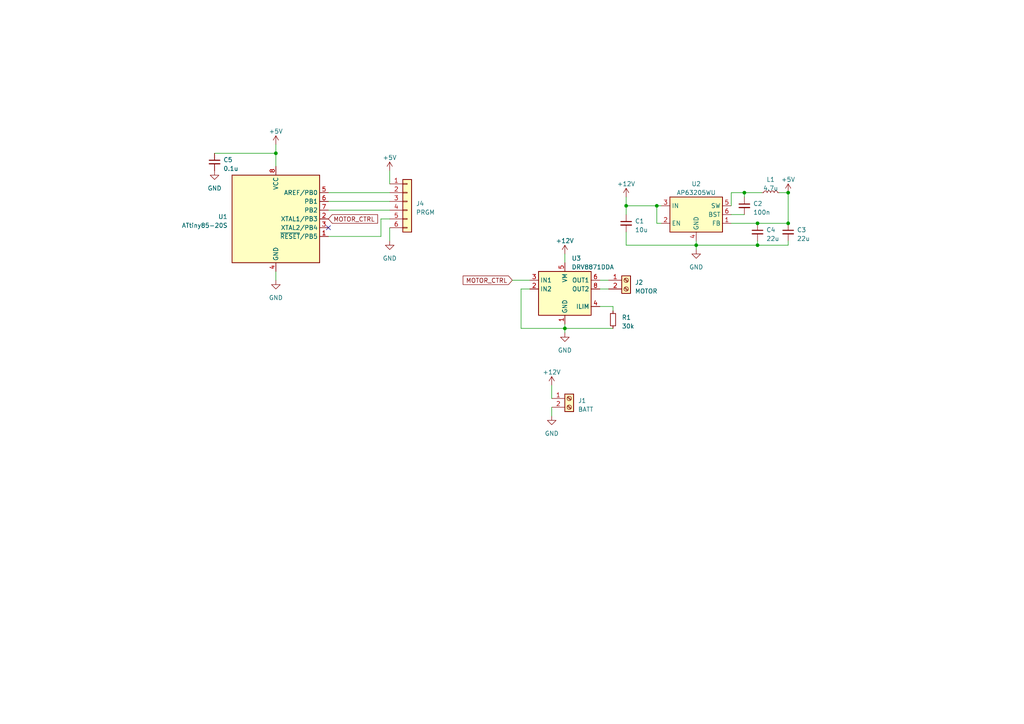
<source format=kicad_sch>
(kicad_sch (version 20230121) (generator eeschema)
  (paper "A4")
  (lib_symbols
    (symbol "Connector:Screw_Terminal_01x02" (pin_names (offset 1.016) hide)
      (property "Reference" "J" (at 0 2.54 0))
      (property "Value" "Screw_Terminal_01x02" (at 0 -5.08 0))
      (symbol "Screw_Terminal_01x02_1_1"
        (rectangle (start -1.27 1.27) (end 1.27 -3.81) (stroke (width 0.254)) (fill (type background)))
        (circle (center 0 -2.54) (radius 0.635) (stroke (width 0.1524)))
        (polyline (pts (xy -0.5334 -2.2098) (xy 0.3302 -3.048)) (stroke (width 0.1524)))
        (polyline (pts (xy -0.5334 0.3302) (xy 0.3302 -0.508)) (stroke (width 0.1524)))
        (polyline (pts (xy -0.3556 -2.032) (xy 0.508 -2.8702)) (stroke (width 0.1524)))
        (polyline (pts (xy -0.3556 0.508) (xy 0.508 -0.3302)) (stroke (width 0.1524)))
        (circle (center 0 0) (radius 0.635) (stroke (width 0.1524)))
        (pin passive line (at -5.08 0 0) (length 3.81) (name "Pin_1") (number "1"))
        (pin passive line (at -5.08 -2.54 0) (length 3.81) (name "Pin_2") (number "2"))
      )
    )
    (symbol "Connector_Generic:Conn_01x06" (pin_names (offset 1.016) hide)
      (property "Reference" "J" (at 0 7.62 0))
      (property "Value" "Conn_01x06" (at 0 -10.16 0))
      (symbol "Conn_01x06_1_1"
        (rectangle (start -1.27 -7.493) (end 0 -7.747) (stroke (width 0.1524)))
        (rectangle (start -1.27 -4.953) (end 0 -5.207) (stroke (width 0.1524)))
        (rectangle (start -1.27 -2.413) (end 0 -2.667) (stroke (width 0.1524)))
        (rectangle (start -1.27 0.127) (end 0 -0.127) (stroke (width 0.1524)))
        (rectangle (start -1.27 2.667) (end 0 2.413) (stroke (width 0.1524)))
        (rectangle (start -1.27 5.207) (end 0 4.953) (stroke (width 0.1524)))
        (rectangle (start -1.27 6.35) (end 1.27 -8.89) (stroke (width 0.254)) (fill (type background)))
        (pin passive line (at -5.08 5.08 0) (length 3.81) (name "Pin_1") (number "1"))
        (pin passive line (at -5.08 2.54 0) (length 3.81) (name "Pin_2") (number "2"))
        (pin passive line (at -5.08 0 0) (length 3.81) (name "Pin_3") (number "3"))
        (pin passive line (at -5.08 -2.54 0) (length 3.81) (name "Pin_4") (number "4"))
        (pin passive line (at -5.08 -5.08 0) (length 3.81) (name "Pin_5") (number "5"))
        (pin passive line (at -5.08 -7.62 0) (length 3.81) (name "Pin_6") (number "6"))
      )
    )
    (symbol "Device:C_Small" (pin_numbers hide) (pin_names (offset 0.254) hide)
      (property "Reference" "C" (at 0.254 1.778 0))
      (property "Value" "C_Small" (at 0.254 -2.032 0))
      (symbol "C_Small_0_1"
        (polyline (pts (xy -1.524 -0.508) (xy 1.524 -0.508)) (stroke (width 0.3302)))
        (polyline (pts (xy -1.524 0.508) (xy 1.524 0.508)) (stroke (width 0.3048)))
      )
      (symbol "C_Small_1_1"
        (pin passive line (at 0 2.54 270) (length 2.032) (name "~") (number "1"))
        (pin passive line (at 0 -2.54 90) (length 2.032) (name "~") (number "2"))
      )
    )
    (symbol "Device:L_Small" (pin_numbers hide) (pin_names (offset 0.254) hide)
      (property "Reference" "L" (at 0.762 1.016 0))
      (property "Value" "L_Small" (at 0.762 -1.016 0))
      (symbol "L_Small_0_1"
        (arc (start 0 -2.032) (mid 0.5058 -1.524) (end 0 -1.016))
        (arc (start 0 -1.016) (mid 0.5058 -0.508) (end 0 0))
        (arc (start 0 0) (mid 0.5058 0.508) (end 0 1.016))
        (arc (start 0 1.016) (mid 0.5058 1.524) (end 0 2.032))
      )
      (symbol "L_Small_1_1"
        (pin passive line (at 0 2.54 270) (length 0.508) (name "~") (number "1"))
        (pin passive line (at 0 -2.54 90) (length 0.508) (name "~") (number "2"))
      )
    )
    (symbol "Device:R_Small" (pin_numbers hide) (pin_names (offset 0.254) hide)
      (property "Reference" "R" (at 0.762 0.508 0))
      (property "Value" "R_Small" (at 0.762 -1.016 0))
      (symbol "R_Small_0_1"
        (rectangle (start -0.762 1.778) (end 0.762 -1.778) (stroke (width 0.2032)))
      )
      (symbol "R_Small_1_1"
        (pin passive line (at 0 2.54 270) (length 0.762) (name "~") (number "1"))
        (pin passive line (at 0 -2.54 90) (length 0.762) (name "~") (number "2"))
      )
    )
    (symbol "Driver_Motor:DRV8871DDA"
      (property "Reference" "U" (at -6.35 6.35 0))
      (property "Value" "DRV8871DDA" (at 8.89 6.35 0))
      (symbol "DRV8871DDA_0_1"
        (rectangle (start -7.62 5.08) (end 7.62 -7.62) (stroke (width 0.254)) (fill (type background)))
      )
      (symbol "DRV8871DDA_1_1"
        (pin power_in line (at 0 -10.16 90) (length 2.54) (name "GND") (number "1"))
        (pin input line (at -10.16 0 0) (length 2.54) (name "IN2") (number "2"))
        (pin input line (at -10.16 2.54 0) (length 2.54) (name "IN1") (number "3"))
        (pin passive line (at 10.16 -5.08 180) (length 2.54) (name "ILIM") (number "4"))
        (pin power_in line (at 0 7.62 270) (length 2.54) (name "VM") (number "5"))
        (pin output line (at 10.16 2.54 180) (length 2.54) (name "OUT1") (number "6"))
        (pin passive line (at 0 -10.16 90) (length 2.54) hide (name "GND") (number "7"))
        (pin output line (at 10.16 0 180) (length 2.54) (name "OUT2") (number "8"))
        (pin passive line (at 0 -10.16 90) (length 2.54) hide (name "GND") (number "9"))
      )
    )
    (symbol "MCU_Microchip_ATtiny:ATtiny85-20S"
      (property "Reference" "U" (at -12.7 13.97 0))
      (property "Value" "ATtiny85-20S" (at 2.54 -13.97 0))
      (symbol "ATtiny85-20S_0_1"
        (rectangle (start -12.7 -12.7) (end 12.7 12.7) (stroke (width 0.254)) (fill (type background)))
      )
      (symbol "ATtiny85-20S_1_1"
        (pin bidirectional line (at 15.24 -5.08 180) (length 2.54) (name "~{RESET}/PB5") (number "1"))
        (pin bidirectional line (at 15.24 0 180) (length 2.54) (name "XTAL1/PB3") (number "2"))
        (pin bidirectional line (at 15.24 -2.54 180) (length 2.54) (name "XTAL2/PB4") (number "3"))
        (pin power_in line (at 0 -15.24 90) (length 2.54) (name "GND") (number "4"))
        (pin bidirectional line (at 15.24 7.62 180) (length 2.54) (name "AREF/PB0") (number "5"))
        (pin bidirectional line (at 15.24 5.08 180) (length 2.54) (name "PB1") (number "6"))
        (pin bidirectional line (at 15.24 2.54 180) (length 2.54) (name "PB2") (number "7"))
        (pin power_in line (at 0 15.24 270) (length 2.54) (name "VCC") (number "8"))
      )
    )
    (symbol "Regulator_Switching:AP63205WU"
      (property "Reference" "U" (at -7.62 6.35 0))
      (property "Value" "AP63205WU" (at 2.54 6.35 0))
      (symbol "AP63205WU_0_1"
        (rectangle (start -7.62 5.08) (end 7.62 -5.08) (stroke (width 0.254)) (fill (type background)))
      )
      (symbol "AP63205WU_1_1"
        (pin input line (at 10.16 -2.54 180) (length 2.54) (name "FB") (number "1"))
        (pin input line (at -10.16 -2.54 0) (length 2.54) (name "EN") (number "2"))
        (pin power_in line (at -10.16 2.54 0) (length 2.54) (name "IN") (number "3"))
        (pin power_in line (at 0 -7.62 90) (length 2.54) (name "GND") (number "4"))
        (pin output line (at 10.16 2.54 180) (length 2.54) (name "SW") (number "5"))
        (pin passive line (at 10.16 0 180) (length 2.54) (name "BST") (number "6"))
      )
    )
    (symbol "power:+12V" (power) (pin_names (offset 0))
      (property "Value" "+12V" (at 0 3.556 0))
      (symbol "+12V_0_1"
        (polyline (pts (xy -0.762 1.27) (xy 0 2.54)))
        (polyline (pts (xy 0 0) (xy 0 2.54)))
        (polyline (pts (xy 0 2.54) (xy 0.762 1.27)))
      )
      (symbol "+12V_1_1"
        (pin power_in line (at 0 0 90) (length 0) hide (name "+12V") (number "1"))
      )
    )
    (symbol "power:+5V" (power) (pin_names (offset 0))
      (property "Value" "+5V" (at 0 3.556 0))
      (symbol "+5V_0_1"
        (polyline (pts (xy -0.762 1.27) (xy 0 2.54)))
        (polyline (pts (xy 0 0) (xy 0 2.54)))
        (polyline (pts (xy 0 2.54) (xy 0.762 1.27)))
      )
      (symbol "+5V_1_1"
        (pin power_in line (at 0 0 90) (length 0) hide (name "+5V") (number "1"))
      )
    )
    (symbol "power:GND" (power) (pin_names (offset 0))
      (property "Value" "GND" (at 0 -3.81 0))
      (symbol "GND_0_1"
        (polyline (pts (xy 0 0) (xy 0 -1.27) (xy 1.27 -1.27) (xy 0 -2.54) (xy -1.27 -1.27) (xy 0 -1.27)))
      )
      (symbol "GND_1_1"
        (pin power_in line (at 0 0 270) (length 0) hide (name "GND") (number "1"))
      )
    )
  )
  (junction (at 215.9 55.88))
  (junction (at 80.01 44.45))
  (junction (at 228.6 55.88))
  (junction (at 228.6 64.77))
  (junction (at 201.93 71.12))
  (junction (at 219.71 64.77))
  (junction (at 190.5 59.69))
  (junction (at 181.61 59.69))
  (junction (at 219.71 71.12))
  (junction (at 163.83 95.25))
  (no_connect (at 95.25 66.04))
  (wire (pts (xy 110.49 68.58) (xy 110.49 63.5)))
  (wire (pts (xy 95.25 55.88) (xy 113.03 55.88)))
  (wire (pts (xy 181.61 71.12) (xy 201.93 71.12)))
  (wire (pts (xy 80.01 44.45) (xy 80.01 48.26)))
  (wire (pts (xy 173.99 83.82) (xy 176.53 83.82)))
  (wire (pts (xy 153.67 83.82) (xy 151.13 83.82)))
  (wire (pts (xy 113.03 66.04) (xy 113.03 69.85)))
  (wire (pts (xy 80.01 41.91) (xy 80.01 44.45)))
  (wire (pts (xy 80.01 78.74) (xy 80.01 81.28)))
  (wire (pts (xy 212.09 62.23) (xy 215.9 62.23)))
  (wire (pts (xy 201.93 71.12) (xy 201.93 72.39)))
  (wire (pts (xy 212.09 59.69) (xy 212.09 55.88)))
  (wire (pts (xy 62.23 44.45) (xy 80.01 44.45)))
  (wire (pts (xy 151.13 83.82) (xy 151.13 95.25)))
  (wire (pts (xy 228.6 71.12) (xy 228.6 69.85)))
  (wire (pts (xy 160.02 111.76) (xy 160.02 115.57)))
  (wire (pts (xy 95.25 60.96) (xy 113.03 60.96)))
  (wire (pts (xy 215.9 55.88) (xy 220.98 55.88)))
  (wire (pts (xy 228.6 64.77) (xy 219.71 64.77)))
  (wire (pts (xy 191.77 59.69) (xy 190.5 59.69)))
  (wire (pts (xy 173.99 81.28) (xy 176.53 81.28)))
  (wire (pts (xy 215.9 55.88) (xy 215.9 57.15)))
  (wire (pts (xy 163.83 95.25) (xy 163.83 96.52)))
  (wire (pts (xy 201.93 69.85) (xy 201.93 71.12)))
  (wire (pts (xy 201.93 71.12) (xy 219.71 71.12)))
  (wire (pts (xy 219.71 64.77) (xy 212.09 64.77)))
  (wire (pts (xy 113.03 49.53) (xy 113.03 53.34)))
  (wire (pts (xy 219.71 71.12) (xy 219.71 69.85)))
  (wire (pts (xy 228.6 55.88) (xy 226.06 55.88)))
  (wire (pts (xy 190.5 64.77) (xy 191.77 64.77)))
  (wire (pts (xy 177.8 88.9) (xy 177.8 90.17)))
  (wire (pts (xy 95.25 58.42) (xy 113.03 58.42)))
  (wire (pts (xy 181.61 59.69) (xy 190.5 59.69)))
  (wire (pts (xy 212.09 55.88) (xy 215.9 55.88)))
  (wire (pts (xy 228.6 55.88) (xy 228.6 64.77)))
  (wire (pts (xy 181.61 57.15) (xy 181.61 59.69)))
  (wire (pts (xy 190.5 59.69) (xy 190.5 64.77)))
  (wire (pts (xy 95.25 68.58) (xy 110.49 68.58)))
  (wire (pts (xy 163.83 95.25) (xy 163.83 93.98)))
  (wire (pts (xy 160.02 118.11) (xy 160.02 120.65)))
  (wire (pts (xy 177.8 88.9) (xy 173.99 88.9)))
  (wire (pts (xy 148.59 81.28) (xy 153.67 81.28)))
  (wire (pts (xy 163.83 73.66) (xy 163.83 76.2)))
  (wire (pts (xy 110.49 63.5) (xy 113.03 63.5)))
  (wire (pts (xy 181.61 59.69) (xy 181.61 62.23)))
  (wire (pts (xy 219.71 71.12) (xy 228.6 71.12)))
  (wire (pts (xy 181.61 67.31) (xy 181.61 71.12)))
  (wire (pts (xy 151.13 95.25) (xy 163.83 95.25)))
  (wire (pts (xy 163.83 95.25) (xy 177.8 95.25)))
  (global_label "MOTOR_CTRL" (shape input) (at 95.25 63.5 0) (property "Intersheetrefs" "${INTERSHEET_REFS}" (effects hide)))
  (global_label "MOTOR_CTRL" (shape input) (at 148.59 81.28 180) (property "Intersheetrefs" "${INTERSHEET_REFS}" (effects hide)))
  (symbol (lib_id "Device:C_Small") (at 215.9 59.69 0) (unit 1)
    (property "Reference" "C2" (at 218.44 59.0613 0) (effects (justify left)))
    (property "Value" "100n" (at 218.44 61.6013 0) (effects (justify left)))
    (property "Footprint" "Capacitor_SMD:C_1206_3216Metric" (effects hide))
  )
  (symbol (lib_id "power:+12V") (at 160.02 111.76 0) (unit 1)
    (property "Reference" "#PWR07" (effects hide))
    (property "Value" "+12V" (at 160.02 107.95 0))
  )
  (symbol (lib_id "power:+5V") (at 113.03 49.53 0) (unit 1)
    (property "Reference" "#PWR012" (effects hide))
    (property "Value" "+5V" (at 113.03 45.72 0))
  )
  (symbol (lib_id "power:GND") (at 160.02 120.65 0) (unit 1)
    (property "Reference" "#PWR08" (effects hide))
    (property "Value" "GND" (at 160.02 125.73 0))
  )
  (symbol (lib_id "Connector:Screw_Terminal_01x02") (at 181.61 81.28 0) (unit 1)
    (property "Reference" "J2" (at 184.15 81.915 0) (effects (justify left)))
    (property "Value" "MOTOR" (at 184.15 84.455 0) (effects (justify left)))
    (property "Footprint" "TerminalBlock_TE-Connectivity:TerminalBlock_TE_282834-2_1x02_P2.54mm_Horizontal" (effects hide))
  )
  (symbol (lib_id "Device:R_Small") (at 177.8 92.71 0) (unit 1)
    (property "Reference" "R1" (at 180.34 92.075 0) (effects (justify left)))
    (property "Value" "30k" (at 180.34 94.615 0) (effects (justify left)))
    (property "Footprint" "Resistor_SMD:R_1206_3216Metric" (effects hide))
  )
  (symbol (lib_id "power:+5V") (at 228.6 55.88 0) (unit 1)
    (property "Reference" "#PWR03" (effects hide))
    (property "Value" "+5V" (at 228.6 52.07 0))
  )
  (symbol (lib_id "Device:C_Small") (at 62.23 46.99 0) (unit 1)
    (property "Reference" "C5" (at 64.77 46.3613 0) (effects (justify left)))
    (property "Value" "0.1u" (at 64.77 48.9013 0) (effects (justify left)))
    (property "Footprint" "Capacitor_SMD:C_1206_3216Metric" (effects hide))
  )
  (symbol (lib_id "Device:C_Small") (at 228.6 67.31 0) (unit 1)
    (property "Reference" "C3" (at 231.14 66.6813 0) (effects (justify left)))
    (property "Value" "22u" (at 231.14 69.2213 0) (effects (justify left)))
    (property "Footprint" "Capacitor_SMD:C_1206_3216Metric" (effects hide))
  )
  (symbol (lib_id "power:+12V") (at 163.83 73.66 0) (unit 1)
    (property "Reference" "#PWR09" (effects hide))
    (property "Value" "+12V" (at 163.83 69.85 0))
  )
  (symbol (lib_id "MCU_Microchip_ATtiny:ATtiny85-20S") (at 80.01 63.5 0) (unit 1)
    (property "Reference" "U1" (at 66.04 62.865 0) (effects (justify right)))
    (property "Value" "ATtiny85-20S" (at 66.04 65.405 0) (effects (justify right)))
    (property "Footprint" "Package_SO:SOIC-8W_5.3x5.3mm_P1.27mm" (effects hide))
    (property "Datasheet" "http://ww1.microchip.com/downloads/en/DeviceDoc/atmel-2586-avr-8-bit-microcontroller-attiny25-attiny45-attiny85_datasheet.pdf" (effects hide))
  )
  (symbol (lib_id "Regulator_Switching:AP63205WU") (at 201.93 62.23 0) (unit 1)
    (property "Reference" "U2" (at 201.93 53.34 0))
    (property "Value" "AP63205WU" (at 201.93 55.88 0))
    (property "Footprint" "Package_TO_SOT_SMD:TSOT-23-6" (effects hide))
    (property "Datasheet" "https://www.diodes.com/assets/Datasheets/AP63200-AP63201-AP63203-AP63205.pdf" (effects hide))
  )
  (symbol (lib_id "Driver_Motor:DRV8871DDA") (at 163.83 83.82 0) (unit 1)
    (property "Reference" "U3" (at 165.7859 74.93 0) (effects (justify left)))
    (property "Value" "DRV8871DDA" (at 165.7859 77.47 0) (effects (justify left)))
    (property "Footprint" "Package_SO:Texas_HTSOP-8-1EP_3.9x4.9mm_P1.27mm_EP2.95x4.9mm_Mask2.4x3.1mm_ThermalVias" (effects hide))
    (property "Datasheet" "http://www.ti.com/lit/ds/symlink/drv8871.pdf" (effects hide))
  )
  (symbol (lib_id "power:GND") (at 163.83 96.52 0) (unit 1)
    (property "Reference" "#PWR010" (effects hide))
    (property "Value" "GND" (at 163.83 101.6 0))
  )
  (symbol (lib_id "Connector:Screw_Terminal_01x02") (at 165.1 115.57 0) (unit 1)
    (property "Reference" "J1" (at 167.64 116.205 0) (effects (justify left)))
    (property "Value" "BATT" (at 167.64 118.745 0) (effects (justify left)))
    (property "Footprint" "TerminalBlock_TE-Connectivity:TerminalBlock_TE_282834-2_1x02_P2.54mm_Horizontal" (effects hide))
  )
  (symbol (lib_id "power:+5V") (at 80.01 41.91 0) (unit 1)
    (property "Reference" "#PWR04" (effects hide))
    (property "Value" "+5V" (at 80.01 38.1 0))
  )
  (symbol (lib_id "Connector_Generic:Conn_01x06") (at 118.11 58.42 0) (unit 1)
    (property "Reference" "J4" (at 120.65 59.055 0) (effects (justify left)))
    (property "Value" "PRGM" (at 120.65 61.595 0) (effects (justify left)))
    (property "Footprint" "Connector_PinHeader_2.54mm:PinHeader_1x06_P2.54mm_Horizontal" (effects hide))
  )
  (symbol (lib_id "power:GND") (at 62.23 49.53 0) (unit 1)
    (property "Reference" "#PWR06" (effects hide))
    (property "Value" "GND" (at 62.23 54.61 0))
  )
  (symbol (lib_id "power:GND") (at 113.03 69.85 0) (unit 1)
    (property "Reference" "#PWR011" (effects hide))
    (property "Value" "GND" (at 113.03 74.93 0))
  )
  (symbol (lib_id "power:GND") (at 80.01 81.28 0) (unit 1)
    (property "Reference" "#PWR05" (effects hide))
    (property "Value" "GND" (at 80.01 86.36 0))
  )
  (symbol (lib_id "Device:C_Small") (at 181.61 64.77 0) (unit 1)
    (property "Reference" "C1" (at 184.15 64.1413 0) (effects (justify left)))
    (property "Value" "10u" (at 184.15 66.6813 0) (effects (justify left)))
    (property "Footprint" "Capacitor_SMD:C_1206_3216Metric" (effects hide))
  )
  (symbol (lib_id "power:+12V") (at 181.61 57.15 0) (unit 1)
    (property "Reference" "#PWR01" (effects hide))
    (property "Value" "+12V" (at 181.61 53.34 0))
  )
  (symbol (lib_id "power:GND") (at 201.93 72.39 0) (unit 1)
    (property "Reference" "#PWR02" (effects hide))
    (property "Value" "GND" (at 201.93 77.47 0))
  )
  (symbol (lib_id "Device:C_Small") (at 219.71 67.31 0) (unit 1)
    (property "Reference" "C4" (at 222.25 66.6813 0) (effects (justify left)))
    (property "Value" "22u" (at 222.25 69.2213 0) (effects (justify left)))
    (property "Footprint" "Capacitor_SMD:C_1206_3216Metric" (effects hide))
  )
  (symbol (lib_id "Device:L_Small") (at 223.52 55.88 90) (unit 1)
    (property "Reference" "L1" (at 223.52 52.07 90))
    (property "Value" "4.7u" (at 223.52 54.61 90))
    (property "Footprint" "Inductor_SMD:L_Vishay_IHLP-2020" (effects hide))
  )
)
</source>
